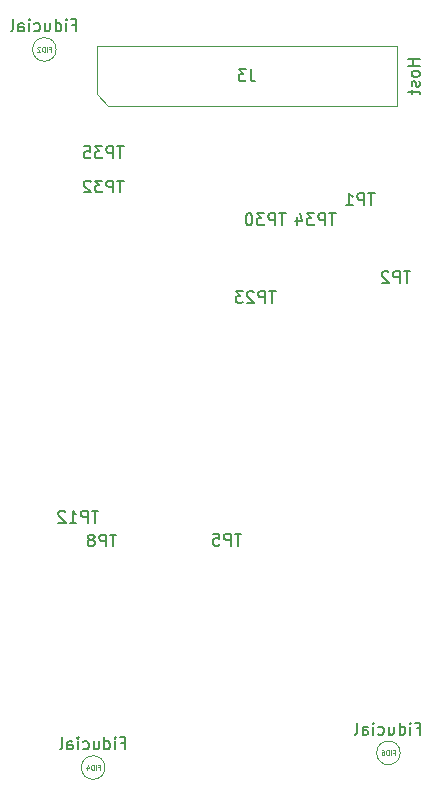
<source format=gbr>
G04 #@! TF.GenerationSoftware,KiCad,Pcbnew,(5.1.10)-1*
G04 #@! TF.CreationDate,2021-11-03T08:24:22+05:30*
G04 #@! TF.ProjectId,P-1000072_Cicada Wi-Fi,502d3130-3030-4303-9732-5f4369636164,0.1*
G04 #@! TF.SameCoordinates,PX7cee6c0PY3dfd240*
G04 #@! TF.FileFunction,Other,Fab,Bot*
%FSLAX46Y46*%
G04 Gerber Fmt 4.6, Leading zero omitted, Abs format (unit mm)*
G04 Created by KiCad (PCBNEW (5.1.10)-1) date 2021-11-03 08:24:22*
%MOMM*%
%LPD*%
G01*
G04 APERTURE LIST*
%ADD10C,0.100000*%
%ADD11C,0.150000*%
%ADD12C,0.060000*%
G04 APERTURE END LIST*
D10*
X-12674600Y2514600D02*
X-12674600Y-1565400D01*
X-12674600Y-1565400D02*
X-11674600Y-2565400D01*
X-11674600Y-2565400D02*
X12725400Y-2565400D01*
X12725400Y-2565400D02*
X12725400Y2514600D01*
X12725400Y2514600D02*
X-12674600Y2514600D01*
X13031980Y-57343040D02*
G75*
G03*
X13031980Y-57343040I-1000000J0D01*
G01*
X-11964160Y-58587640D02*
G75*
G03*
X-11964160Y-58587640I-1000000J0D01*
G01*
X-16096740Y2212340D02*
G75*
G03*
X-16096740Y2212340I-1000000J0D01*
G01*
D11*
X14677780Y1403172D02*
X13677780Y1403172D01*
X14153971Y1403172D02*
X14153971Y831743D01*
X14677780Y831743D02*
X13677780Y831743D01*
X14677780Y212696D02*
X14630161Y307934D01*
X14582542Y355553D01*
X14487304Y403172D01*
X14201590Y403172D01*
X14106352Y355553D01*
X14058733Y307934D01*
X14011114Y212696D01*
X14011114Y69839D01*
X14058733Y-25400D01*
X14106352Y-73019D01*
X14201590Y-120638D01*
X14487304Y-120638D01*
X14582542Y-73019D01*
X14630161Y-25400D01*
X14677780Y69839D01*
X14677780Y212696D01*
X14630161Y-501590D02*
X14677780Y-596828D01*
X14677780Y-787304D01*
X14630161Y-882542D01*
X14534923Y-930161D01*
X14487304Y-930161D01*
X14392066Y-882542D01*
X14344447Y-787304D01*
X14344447Y-644447D01*
X14296828Y-549209D01*
X14201590Y-501590D01*
X14153971Y-501590D01*
X14058733Y-549209D01*
X14011114Y-644447D01*
X14011114Y-787304D01*
X14058733Y-882542D01*
X14011114Y-1215876D02*
X14011114Y-1596828D01*
X13677780Y-1358733D02*
X14534923Y-1358733D01*
X14630161Y-1406352D01*
X14677780Y-1501590D01*
X14677780Y-1596828D01*
X358733Y522220D02*
X358733Y-192066D01*
X406352Y-334923D01*
X501590Y-430161D01*
X644447Y-477780D01*
X739685Y-477780D01*
X-22220Y522220D02*
X-641267Y522220D01*
X-307934Y141267D01*
X-450791Y141267D01*
X-546029Y93648D01*
X-593648Y46029D01*
X-641267Y-49209D01*
X-641267Y-287304D01*
X-593648Y-382542D01*
X-546029Y-430161D01*
X-450791Y-477780D01*
X-165077Y-477780D01*
X-69839Y-430161D01*
X-22220Y-382542D01*
X-424656Y-38790900D02*
X-996084Y-38790900D01*
X-710370Y-39790900D02*
X-710370Y-38790900D01*
X-1329418Y-39790900D02*
X-1329418Y-38790900D01*
X-1710370Y-38790900D01*
X-1805608Y-38838520D01*
X-1853227Y-38886139D01*
X-1900846Y-38981377D01*
X-1900846Y-39124234D01*
X-1853227Y-39219472D01*
X-1805608Y-39267091D01*
X-1710370Y-39314710D01*
X-1329418Y-39314710D01*
X-2805608Y-38790900D02*
X-2329418Y-38790900D01*
X-2281799Y-39267091D01*
X-2329418Y-39219472D01*
X-2424656Y-39171853D01*
X-2662751Y-39171853D01*
X-2757989Y-39219472D01*
X-2805608Y-39267091D01*
X-2853227Y-39362329D01*
X-2853227Y-39600424D01*
X-2805608Y-39695662D01*
X-2757989Y-39743281D01*
X-2662751Y-39790900D01*
X-2424656Y-39790900D01*
X-2329418Y-39743281D01*
X-2281799Y-39695662D01*
X-10993596Y-38856940D02*
X-11565024Y-38856940D01*
X-11279310Y-39856940D02*
X-11279310Y-38856940D01*
X-11898358Y-39856940D02*
X-11898358Y-38856940D01*
X-12279310Y-38856940D01*
X-12374548Y-38904560D01*
X-12422167Y-38952179D01*
X-12469786Y-39047417D01*
X-12469786Y-39190274D01*
X-12422167Y-39285512D01*
X-12374548Y-39333131D01*
X-12279310Y-39380750D01*
X-11898358Y-39380750D01*
X-13041215Y-39285512D02*
X-12945977Y-39237893D01*
X-12898358Y-39190274D01*
X-12850739Y-39095036D01*
X-12850739Y-39047417D01*
X-12898358Y-38952179D01*
X-12945977Y-38904560D01*
X-13041215Y-38856940D01*
X-13231691Y-38856940D01*
X-13326929Y-38904560D01*
X-13374548Y-38952179D01*
X-13422167Y-39047417D01*
X-13422167Y-39095036D01*
X-13374548Y-39190274D01*
X-13326929Y-39237893D01*
X-13231691Y-39285512D01*
X-13041215Y-39285512D01*
X-12945977Y-39333131D01*
X-12898358Y-39380750D01*
X-12850739Y-39475988D01*
X-12850739Y-39666464D01*
X-12898358Y-39761702D01*
X-12945977Y-39809321D01*
X-13041215Y-39856940D01*
X-13231691Y-39856940D01*
X-13326929Y-39809321D01*
X-13374548Y-39761702D01*
X-13422167Y-39666464D01*
X-13422167Y-39475988D01*
X-13374548Y-39380750D01*
X-13326929Y-39333131D01*
X-13231691Y-39285512D01*
X2479775Y-18242300D02*
X1908346Y-18242300D01*
X2194060Y-19242300D02*
X2194060Y-18242300D01*
X1575013Y-19242300D02*
X1575013Y-18242300D01*
X1194060Y-18242300D01*
X1098822Y-18289920D01*
X1051203Y-18337539D01*
X1003584Y-18432777D01*
X1003584Y-18575634D01*
X1051203Y-18670872D01*
X1098822Y-18718491D01*
X1194060Y-18766110D01*
X1575013Y-18766110D01*
X622632Y-18337539D02*
X575013Y-18289920D01*
X479775Y-18242300D01*
X241680Y-18242300D01*
X146441Y-18289920D01*
X98822Y-18337539D01*
X51203Y-18432777D01*
X51203Y-18528015D01*
X98822Y-18670872D01*
X670251Y-19242300D01*
X51203Y-19242300D01*
X-282130Y-18242300D02*
X-901178Y-18242300D01*
X-567844Y-18623253D01*
X-710701Y-18623253D01*
X-805940Y-18670872D01*
X-853559Y-18718491D01*
X-901178Y-18813729D01*
X-901178Y-19051824D01*
X-853559Y-19147062D01*
X-805940Y-19194681D01*
X-710701Y-19242300D01*
X-424987Y-19242300D01*
X-329749Y-19194681D01*
X-282130Y-19147062D01*
X-12531625Y-36847800D02*
X-13103054Y-36847800D01*
X-12817340Y-37847800D02*
X-12817340Y-36847800D01*
X-13436387Y-37847800D02*
X-13436387Y-36847800D01*
X-13817340Y-36847800D01*
X-13912578Y-36895420D01*
X-13960197Y-36943039D01*
X-14007816Y-37038277D01*
X-14007816Y-37181134D01*
X-13960197Y-37276372D01*
X-13912578Y-37323991D01*
X-13817340Y-37371610D01*
X-13436387Y-37371610D01*
X-14960197Y-37847800D02*
X-14388768Y-37847800D01*
X-14674482Y-37847800D02*
X-14674482Y-36847800D01*
X-14579244Y-36990658D01*
X-14484006Y-37085896D01*
X-14388768Y-37133515D01*
X-15341149Y-36943039D02*
X-15388768Y-36895420D01*
X-15484006Y-36847800D01*
X-15722101Y-36847800D01*
X-15817340Y-36895420D01*
X-15864959Y-36943039D01*
X-15912578Y-37038277D01*
X-15912578Y-37133515D01*
X-15864959Y-37276372D01*
X-15293530Y-37847800D01*
X-15912578Y-37847800D01*
X7558095Y-11672380D02*
X6986666Y-11672380D01*
X7272380Y-12672380D02*
X7272380Y-11672380D01*
X6653333Y-12672380D02*
X6653333Y-11672380D01*
X6272380Y-11672380D01*
X6177142Y-11720000D01*
X6129523Y-11767619D01*
X6081904Y-11862857D01*
X6081904Y-12005714D01*
X6129523Y-12100952D01*
X6177142Y-12148571D01*
X6272380Y-12196190D01*
X6653333Y-12196190D01*
X5748571Y-11672380D02*
X5129523Y-11672380D01*
X5462857Y-12053333D01*
X5320000Y-12053333D01*
X5224761Y-12100952D01*
X5177142Y-12148571D01*
X5129523Y-12243809D01*
X5129523Y-12481904D01*
X5177142Y-12577142D01*
X5224761Y-12624761D01*
X5320000Y-12672380D01*
X5605714Y-12672380D01*
X5700952Y-12624761D01*
X5748571Y-12577142D01*
X4272380Y-12005714D02*
X4272380Y-12672380D01*
X4510476Y-11624761D02*
X4748571Y-12339047D01*
X4129523Y-12339047D01*
X3328095Y-11672380D02*
X2756666Y-11672380D01*
X3042380Y-12672380D02*
X3042380Y-11672380D01*
X2423333Y-12672380D02*
X2423333Y-11672380D01*
X2042380Y-11672380D01*
X1947142Y-11720000D01*
X1899523Y-11767619D01*
X1851904Y-11862857D01*
X1851904Y-12005714D01*
X1899523Y-12100952D01*
X1947142Y-12148571D01*
X2042380Y-12196190D01*
X2423333Y-12196190D01*
X1518571Y-11672380D02*
X899523Y-11672380D01*
X1232857Y-12053333D01*
X1090000Y-12053333D01*
X994761Y-12100952D01*
X947142Y-12148571D01*
X899523Y-12243809D01*
X899523Y-12481904D01*
X947142Y-12577142D01*
X994761Y-12624761D01*
X1090000Y-12672380D01*
X1375714Y-12672380D01*
X1470952Y-12624761D01*
X1518571Y-12577142D01*
X280476Y-11672380D02*
X185238Y-11672380D01*
X90000Y-11720000D01*
X42380Y-11767619D01*
X-5239Y-11862857D01*
X-52858Y-12053333D01*
X-52858Y-12291428D01*
X-5239Y-12481904D01*
X42380Y-12577142D01*
X90000Y-12624761D01*
X185238Y-12672380D01*
X280476Y-12672380D01*
X375714Y-12624761D01*
X423333Y-12577142D01*
X470952Y-12481904D01*
X518571Y-12291428D01*
X518571Y-12053333D01*
X470952Y-11862857D01*
X423333Y-11767619D01*
X375714Y-11720000D01*
X280476Y-11672380D01*
X-10391905Y-6002380D02*
X-10963334Y-6002380D01*
X-10677620Y-7002380D02*
X-10677620Y-6002380D01*
X-11296667Y-7002380D02*
X-11296667Y-6002380D01*
X-11677620Y-6002380D01*
X-11772858Y-6050000D01*
X-11820477Y-6097619D01*
X-11868096Y-6192857D01*
X-11868096Y-6335714D01*
X-11820477Y-6430952D01*
X-11772858Y-6478571D01*
X-11677620Y-6526190D01*
X-11296667Y-6526190D01*
X-12201429Y-6002380D02*
X-12820477Y-6002380D01*
X-12487143Y-6383333D01*
X-12630000Y-6383333D01*
X-12725239Y-6430952D01*
X-12772858Y-6478571D01*
X-12820477Y-6573809D01*
X-12820477Y-6811904D01*
X-12772858Y-6907142D01*
X-12725239Y-6954761D01*
X-12630000Y-7002380D01*
X-12344286Y-7002380D01*
X-12249048Y-6954761D01*
X-12201429Y-6907142D01*
X-13725239Y-6002380D02*
X-13249048Y-6002380D01*
X-13201429Y-6478571D01*
X-13249048Y-6430952D01*
X-13344286Y-6383333D01*
X-13582381Y-6383333D01*
X-13677620Y-6430952D01*
X-13725239Y-6478571D01*
X-13772858Y-6573809D01*
X-13772858Y-6811904D01*
X-13725239Y-6907142D01*
X-13677620Y-6954761D01*
X-13582381Y-7002380D01*
X-13344286Y-7002380D01*
X-13249048Y-6954761D01*
X-13201429Y-6907142D01*
X-10371905Y-8892380D02*
X-10943334Y-8892380D01*
X-10657620Y-9892380D02*
X-10657620Y-8892380D01*
X-11276667Y-9892380D02*
X-11276667Y-8892380D01*
X-11657620Y-8892380D01*
X-11752858Y-8940000D01*
X-11800477Y-8987619D01*
X-11848096Y-9082857D01*
X-11848096Y-9225714D01*
X-11800477Y-9320952D01*
X-11752858Y-9368571D01*
X-11657620Y-9416190D01*
X-11276667Y-9416190D01*
X-12181429Y-8892380D02*
X-12800477Y-8892380D01*
X-12467143Y-9273333D01*
X-12610000Y-9273333D01*
X-12705239Y-9320952D01*
X-12752858Y-9368571D01*
X-12800477Y-9463809D01*
X-12800477Y-9701904D01*
X-12752858Y-9797142D01*
X-12705239Y-9844761D01*
X-12610000Y-9892380D01*
X-12324286Y-9892380D01*
X-12229048Y-9844761D01*
X-12181429Y-9797142D01*
X-13181429Y-8987619D02*
X-13229048Y-8940000D01*
X-13324286Y-8892380D01*
X-13562381Y-8892380D01*
X-13657620Y-8940000D01*
X-13705239Y-8987619D01*
X-13752858Y-9082857D01*
X-13752858Y-9178095D01*
X-13705239Y-9320952D01*
X-13133810Y-9892380D01*
X-13752858Y-9892380D01*
X13891904Y-16562380D02*
X13320476Y-16562380D01*
X13606190Y-17562380D02*
X13606190Y-16562380D01*
X12987142Y-17562380D02*
X12987142Y-16562380D01*
X12606190Y-16562380D01*
X12510952Y-16610000D01*
X12463333Y-16657619D01*
X12415714Y-16752857D01*
X12415714Y-16895714D01*
X12463333Y-16990952D01*
X12510952Y-17038571D01*
X12606190Y-17086190D01*
X12987142Y-17086190D01*
X12034761Y-16657619D02*
X11987142Y-16610000D01*
X11891904Y-16562380D01*
X11653809Y-16562380D01*
X11558571Y-16610000D01*
X11510952Y-16657619D01*
X11463333Y-16752857D01*
X11463333Y-16848095D01*
X11510952Y-16990952D01*
X12082380Y-17562380D01*
X11463333Y-17562380D01*
X10861904Y-9972380D02*
X10290476Y-9972380D01*
X10576190Y-10972380D02*
X10576190Y-9972380D01*
X9957142Y-10972380D02*
X9957142Y-9972380D01*
X9576190Y-9972380D01*
X9480952Y-10020000D01*
X9433333Y-10067619D01*
X9385714Y-10162857D01*
X9385714Y-10305714D01*
X9433333Y-10400952D01*
X9480952Y-10448571D01*
X9576190Y-10496190D01*
X9957142Y-10496190D01*
X8433333Y-10972380D02*
X9004761Y-10972380D01*
X8719047Y-10972380D02*
X8719047Y-9972380D01*
X8814285Y-10115238D01*
X8909523Y-10210476D01*
X9004761Y-10258095D01*
X14412932Y-55271611D02*
X14746265Y-55271611D01*
X14746265Y-55795420D02*
X14746265Y-54795420D01*
X14270075Y-54795420D01*
X13889122Y-55795420D02*
X13889122Y-55128754D01*
X13889122Y-54795420D02*
X13936741Y-54843040D01*
X13889122Y-54890659D01*
X13841503Y-54843040D01*
X13889122Y-54795420D01*
X13889122Y-54890659D01*
X12984360Y-55795420D02*
X12984360Y-54795420D01*
X12984360Y-55747801D02*
X13079599Y-55795420D01*
X13270075Y-55795420D01*
X13365313Y-55747801D01*
X13412932Y-55700182D01*
X13460551Y-55604944D01*
X13460551Y-55319230D01*
X13412932Y-55223992D01*
X13365313Y-55176373D01*
X13270075Y-55128754D01*
X13079599Y-55128754D01*
X12984360Y-55176373D01*
X12079599Y-55128754D02*
X12079599Y-55795420D01*
X12508170Y-55128754D02*
X12508170Y-55652563D01*
X12460551Y-55747801D01*
X12365313Y-55795420D01*
X12222456Y-55795420D01*
X12127218Y-55747801D01*
X12079599Y-55700182D01*
X11174837Y-55747801D02*
X11270075Y-55795420D01*
X11460551Y-55795420D01*
X11555789Y-55747801D01*
X11603408Y-55700182D01*
X11651027Y-55604944D01*
X11651027Y-55319230D01*
X11603408Y-55223992D01*
X11555789Y-55176373D01*
X11460551Y-55128754D01*
X11270075Y-55128754D01*
X11174837Y-55176373D01*
X10746265Y-55795420D02*
X10746265Y-55128754D01*
X10746265Y-54795420D02*
X10793884Y-54843040D01*
X10746265Y-54890659D01*
X10698646Y-54843040D01*
X10746265Y-54795420D01*
X10746265Y-54890659D01*
X9841503Y-55795420D02*
X9841503Y-55271611D01*
X9889122Y-55176373D01*
X9984360Y-55128754D01*
X10174837Y-55128754D01*
X10270075Y-55176373D01*
X9841503Y-55747801D02*
X9936741Y-55795420D01*
X10174837Y-55795420D01*
X10270075Y-55747801D01*
X10317694Y-55652563D01*
X10317694Y-55557325D01*
X10270075Y-55462087D01*
X10174837Y-55414468D01*
X9936741Y-55414468D01*
X9841503Y-55366849D01*
X9222456Y-55795420D02*
X9317694Y-55747801D01*
X9365313Y-55652563D01*
X9365313Y-54795420D01*
D12*
X12460551Y-57314468D02*
X12593884Y-57314468D01*
X12593884Y-57523992D02*
X12593884Y-57123992D01*
X12403408Y-57123992D01*
X12251027Y-57523992D02*
X12251027Y-57123992D01*
X12060551Y-57523992D02*
X12060551Y-57123992D01*
X11965313Y-57123992D01*
X11908170Y-57143040D01*
X11870075Y-57181135D01*
X11851027Y-57219230D01*
X11831980Y-57295420D01*
X11831980Y-57352563D01*
X11851027Y-57428754D01*
X11870075Y-57466849D01*
X11908170Y-57504944D01*
X11965313Y-57523992D01*
X12060551Y-57523992D01*
X11489122Y-57123992D02*
X11565313Y-57123992D01*
X11603408Y-57143040D01*
X11622456Y-57162087D01*
X11660551Y-57219230D01*
X11679599Y-57295420D01*
X11679599Y-57447801D01*
X11660551Y-57485897D01*
X11641503Y-57504944D01*
X11603408Y-57523992D01*
X11527218Y-57523992D01*
X11489122Y-57504944D01*
X11470075Y-57485897D01*
X11451027Y-57447801D01*
X11451027Y-57352563D01*
X11470075Y-57314468D01*
X11489122Y-57295420D01*
X11527218Y-57276373D01*
X11603408Y-57276373D01*
X11641503Y-57295420D01*
X11660551Y-57314468D01*
X11679599Y-57352563D01*
D11*
X-10583208Y-56516211D02*
X-10249875Y-56516211D01*
X-10249875Y-57040020D02*
X-10249875Y-56040020D01*
X-10726065Y-56040020D01*
X-11107018Y-57040020D02*
X-11107018Y-56373354D01*
X-11107018Y-56040020D02*
X-11059399Y-56087640D01*
X-11107018Y-56135259D01*
X-11154637Y-56087640D01*
X-11107018Y-56040020D01*
X-11107018Y-56135259D01*
X-12011780Y-57040020D02*
X-12011780Y-56040020D01*
X-12011780Y-56992401D02*
X-11916541Y-57040020D01*
X-11726065Y-57040020D01*
X-11630827Y-56992401D01*
X-11583208Y-56944782D01*
X-11535589Y-56849544D01*
X-11535589Y-56563830D01*
X-11583208Y-56468592D01*
X-11630827Y-56420973D01*
X-11726065Y-56373354D01*
X-11916541Y-56373354D01*
X-12011780Y-56420973D01*
X-12916541Y-56373354D02*
X-12916541Y-57040020D01*
X-12487970Y-56373354D02*
X-12487970Y-56897163D01*
X-12535589Y-56992401D01*
X-12630827Y-57040020D01*
X-12773684Y-57040020D01*
X-12868922Y-56992401D01*
X-12916541Y-56944782D01*
X-13821303Y-56992401D02*
X-13726065Y-57040020D01*
X-13535589Y-57040020D01*
X-13440351Y-56992401D01*
X-13392732Y-56944782D01*
X-13345113Y-56849544D01*
X-13345113Y-56563830D01*
X-13392732Y-56468592D01*
X-13440351Y-56420973D01*
X-13535589Y-56373354D01*
X-13726065Y-56373354D01*
X-13821303Y-56420973D01*
X-14249875Y-57040020D02*
X-14249875Y-56373354D01*
X-14249875Y-56040020D02*
X-14202256Y-56087640D01*
X-14249875Y-56135259D01*
X-14297494Y-56087640D01*
X-14249875Y-56040020D01*
X-14249875Y-56135259D01*
X-15154637Y-57040020D02*
X-15154637Y-56516211D01*
X-15107018Y-56420973D01*
X-15011780Y-56373354D01*
X-14821303Y-56373354D01*
X-14726065Y-56420973D01*
X-15154637Y-56992401D02*
X-15059399Y-57040020D01*
X-14821303Y-57040020D01*
X-14726065Y-56992401D01*
X-14678446Y-56897163D01*
X-14678446Y-56801925D01*
X-14726065Y-56706687D01*
X-14821303Y-56659068D01*
X-15059399Y-56659068D01*
X-15154637Y-56611449D01*
X-15773684Y-57040020D02*
X-15678446Y-56992401D01*
X-15630827Y-56897163D01*
X-15630827Y-56040020D01*
D12*
X-12535589Y-58559068D02*
X-12402256Y-58559068D01*
X-12402256Y-58768592D02*
X-12402256Y-58368592D01*
X-12592732Y-58368592D01*
X-12745113Y-58768592D02*
X-12745113Y-58368592D01*
X-12935589Y-58768592D02*
X-12935589Y-58368592D01*
X-13030827Y-58368592D01*
X-13087970Y-58387640D01*
X-13126065Y-58425735D01*
X-13145113Y-58463830D01*
X-13164160Y-58540020D01*
X-13164160Y-58597163D01*
X-13145113Y-58673354D01*
X-13126065Y-58711449D01*
X-13087970Y-58749544D01*
X-13030827Y-58768592D01*
X-12935589Y-58768592D01*
X-13507018Y-58501925D02*
X-13507018Y-58768592D01*
X-13411780Y-58349544D02*
X-13316541Y-58635259D01*
X-13564160Y-58635259D01*
D11*
X-14715788Y4283769D02*
X-14382455Y4283769D01*
X-14382455Y3759960D02*
X-14382455Y4759960D01*
X-14858645Y4759960D01*
X-15239598Y3759960D02*
X-15239598Y4426626D01*
X-15239598Y4759960D02*
X-15191979Y4712340D01*
X-15239598Y4664721D01*
X-15287217Y4712340D01*
X-15239598Y4759960D01*
X-15239598Y4664721D01*
X-16144360Y3759960D02*
X-16144360Y4759960D01*
X-16144360Y3807579D02*
X-16049121Y3759960D01*
X-15858645Y3759960D01*
X-15763407Y3807579D01*
X-15715788Y3855198D01*
X-15668169Y3950436D01*
X-15668169Y4236150D01*
X-15715788Y4331388D01*
X-15763407Y4379007D01*
X-15858645Y4426626D01*
X-16049121Y4426626D01*
X-16144360Y4379007D01*
X-17049121Y4426626D02*
X-17049121Y3759960D01*
X-16620550Y4426626D02*
X-16620550Y3902817D01*
X-16668169Y3807579D01*
X-16763407Y3759960D01*
X-16906264Y3759960D01*
X-17001502Y3807579D01*
X-17049121Y3855198D01*
X-17953883Y3807579D02*
X-17858645Y3759960D01*
X-17668169Y3759960D01*
X-17572931Y3807579D01*
X-17525312Y3855198D01*
X-17477693Y3950436D01*
X-17477693Y4236150D01*
X-17525312Y4331388D01*
X-17572931Y4379007D01*
X-17668169Y4426626D01*
X-17858645Y4426626D01*
X-17953883Y4379007D01*
X-18382455Y3759960D02*
X-18382455Y4426626D01*
X-18382455Y4759960D02*
X-18334836Y4712340D01*
X-18382455Y4664721D01*
X-18430074Y4712340D01*
X-18382455Y4759960D01*
X-18382455Y4664721D01*
X-19287217Y3759960D02*
X-19287217Y4283769D01*
X-19239598Y4379007D01*
X-19144360Y4426626D01*
X-18953883Y4426626D01*
X-18858645Y4379007D01*
X-19287217Y3807579D02*
X-19191979Y3759960D01*
X-18953883Y3759960D01*
X-18858645Y3807579D01*
X-18811026Y3902817D01*
X-18811026Y3998055D01*
X-18858645Y4093293D01*
X-18953883Y4140912D01*
X-19191979Y4140912D01*
X-19287217Y4188531D01*
X-19906264Y3759960D02*
X-19811026Y3807579D01*
X-19763407Y3902817D01*
X-19763407Y4759960D01*
D12*
X-16668169Y2240912D02*
X-16534836Y2240912D01*
X-16534836Y2031388D02*
X-16534836Y2431388D01*
X-16725312Y2431388D01*
X-16877693Y2031388D02*
X-16877693Y2431388D01*
X-17068169Y2031388D02*
X-17068169Y2431388D01*
X-17163407Y2431388D01*
X-17220550Y2412340D01*
X-17258645Y2374245D01*
X-17277693Y2336150D01*
X-17296740Y2259960D01*
X-17296740Y2202817D01*
X-17277693Y2126626D01*
X-17258645Y2088531D01*
X-17220550Y2050436D01*
X-17163407Y2031388D01*
X-17068169Y2031388D01*
X-17449121Y2393293D02*
X-17468169Y2412340D01*
X-17506264Y2431388D01*
X-17601502Y2431388D01*
X-17639598Y2412340D01*
X-17658645Y2393293D01*
X-17677693Y2355198D01*
X-17677693Y2317102D01*
X-17658645Y2259960D01*
X-17430074Y2031388D01*
X-17677693Y2031388D01*
M02*

</source>
